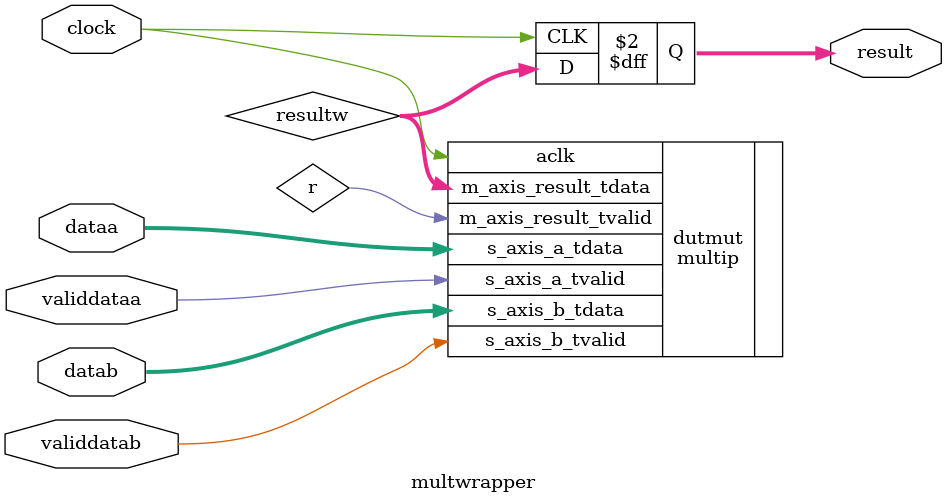
<source format=v>
`timescale 1ns / 1ps


module multwrapper
        (
        input clock,
        input [31:0] dataa,
        input [31:0] datab,
        input validdataa,validdatab,//,readyo ,
       output reg [31:0] result
        );
        wire r;//,readyo;
        wire [31:0] resultw;
        
        always@(posedge clock) begin
            result <= resultw;
            
          end
       multip dutmut (
            .aclk(clock),                                  // input wire aclk
            .s_axis_a_tvalid(validdataa),            // input wire s_axis_a_tvalid
           // .s_axis_a_tready(readya),            // output wire s_axis_a_tready
            .s_axis_a_tdata(dataa),              // input wire [31 : 0] s_axis_a_tdata
            .s_axis_b_tvalid(validdatab),            // input wire s_axis_b_tvalid
            //.s_axis_b_tready(readyb),            // output wire s_axis_b_tready
            .s_axis_b_tdata(datab),              // input wire [31 : 0] s_axis_b_tdata
            .m_axis_result_tvalid(r),  // output wire m_axis_result_tvalid
    //        .m_axis_result_tready(readyo),  // input wire m_axis_result_tready
            .m_axis_result_tdata(resultw)    // output wire [31 : 0] m_axis_result_tdata
          );
        
    endmodule

</source>
